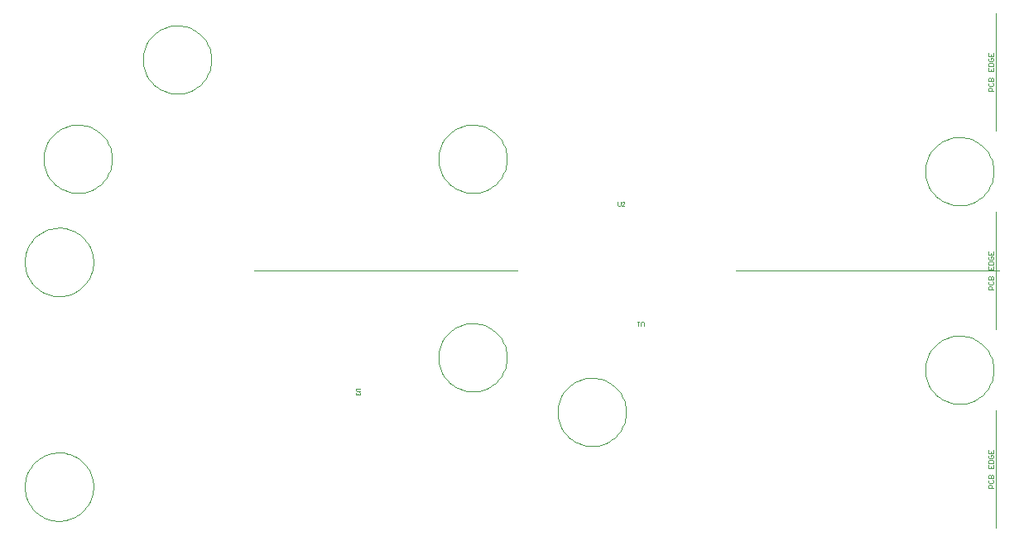
<source format=gm1>
G04*
G04 #@! TF.GenerationSoftware,Altium Limited,Altium Designer,25.8.1 (18)*
G04*
G04 Layer_Color=16711935*
%FSLAX26Y26*%
%MOIN*%
G70*
G04*
G04 #@! TF.SameCoordinates,277DE813-E379-449B-8D7A-86A471DF349A*
G04*
G04*
G04 #@! TF.FilePolarity,Positive*
G04*
G01*
G75*
%ADD16C,0.003937*%
%ADD125C,0.003500*%
%ADD126C,0.003150*%
%ADD127C,0.002362*%
D16*
X-1142204Y380000D02*
X-1142564Y389943D01*
X-1143639Y399834D01*
X-1145426Y409622D01*
X-1147914Y419255D01*
X-1151091Y428684D01*
X-1154940Y437858D01*
X-1159441Y446732D01*
X-1164571Y455257D01*
X-1170302Y463390D01*
X-1176605Y471088D01*
X-1183447Y478311D01*
X-1190793Y485022D01*
X-1198604Y491185D01*
X-1206839Y496769D01*
X-1215455Y501743D01*
X-1224408Y506084D01*
X-1233651Y509766D01*
X-1243136Y512772D01*
X-1252812Y515086D01*
X-1262631Y516696D01*
X-1272540Y517593D01*
X-1282487Y517773D01*
X-1292422Y517234D01*
X-1302293Y515980D01*
X-1312046Y514017D01*
X-1321633Y511355D01*
X-1331003Y508008D01*
X-1340107Y503994D01*
X-1348897Y499334D01*
X-1357329Y494051D01*
X-1365357Y488174D01*
X-1372940Y481733D01*
X-1380039Y474761D01*
X-1386616Y467296D01*
X-1392637Y459375D01*
X-1398071Y451041D01*
X-1402889Y442336D01*
X-1407067Y433306D01*
X-1410582Y423998D01*
X-1413416Y414461D01*
X-1415555Y404744D01*
X-1416987Y394898D01*
X-1417705Y384975D01*
Y375025D01*
X-1416987Y365102D01*
X-1415555Y355256D01*
X-1413416Y345539D01*
X-1410582Y336002D01*
X-1407067Y326694D01*
X-1402889Y317664D01*
X-1398071Y308959D01*
X-1392637Y300625D01*
X-1386616Y292704D01*
X-1380039Y285238D01*
X-1372940Y278267D01*
X-1365357Y271825D01*
X-1357329Y265948D01*
X-1348898Y260666D01*
X-1340107Y256005D01*
X-1331003Y251991D01*
X-1321634Y248645D01*
X-1312047Y245983D01*
X-1302293Y244020D01*
X-1292423Y242766D01*
X-1282488Y242227D01*
X-1272540Y242406D01*
X-1262631Y243303D01*
X-1252812Y244913D01*
X-1243136Y247227D01*
X-1233651Y250233D01*
X-1224409Y253916D01*
X-1215455Y258256D01*
X-1206839Y263231D01*
X-1198604Y268814D01*
X-1190793Y274977D01*
X-1183447Y281688D01*
X-1176605Y288911D01*
X-1170302Y296610D01*
X-1164571Y304742D01*
X-1159441Y313268D01*
X-1154940Y322141D01*
X-1151091Y331316D01*
X-1147914Y340745D01*
X-1145426Y350378D01*
X-1143639Y360166D01*
X-1142564Y370057D01*
X-1142204Y380000D01*
X-3212204Y1400000D02*
X-3212564Y1409943D01*
X-3213639Y1419834D01*
X-3215426Y1429622D01*
X-3217914Y1439255D01*
X-3221091Y1448684D01*
X-3224940Y1457858D01*
X-3229441Y1466732D01*
X-3234570Y1475257D01*
X-3240302Y1483390D01*
X-3246605Y1491088D01*
X-3253447Y1498311D01*
X-3260793Y1505022D01*
X-3268604Y1511185D01*
X-3276839Y1516769D01*
X-3285455Y1521744D01*
X-3294408Y1526083D01*
X-3303651Y1529766D01*
X-3313136Y1532772D01*
X-3322812Y1535086D01*
X-3332631Y1536696D01*
X-3342540Y1537593D01*
X-3352488Y1537773D01*
X-3362422Y1537234D01*
X-3372293Y1535980D01*
X-3382046Y1534017D01*
X-3391633Y1531355D01*
X-3401003Y1528008D01*
X-3410107Y1523994D01*
X-3418897Y1519334D01*
X-3427329Y1514051D01*
X-3435357Y1508174D01*
X-3442940Y1501733D01*
X-3450039Y1494761D01*
X-3456615Y1487296D01*
X-3462637Y1479375D01*
X-3468071Y1471041D01*
X-3472889Y1462336D01*
X-3477067Y1453306D01*
X-3480582Y1443998D01*
X-3483416Y1434461D01*
X-3485555Y1424744D01*
X-3486987Y1414898D01*
X-3487705Y1404975D01*
Y1395025D01*
X-3486987Y1385102D01*
X-3485555Y1375256D01*
X-3483416Y1365539D01*
X-3480582Y1356002D01*
X-3477067Y1346694D01*
X-3472889Y1337664D01*
X-3468071Y1328959D01*
X-3462637Y1320624D01*
X-3456616Y1312704D01*
X-3450039Y1305238D01*
X-3442940Y1298267D01*
X-3435357Y1291825D01*
X-3427329Y1285948D01*
X-3418898Y1280666D01*
X-3410107Y1276005D01*
X-3401003Y1271991D01*
X-3391634Y1268645D01*
X-3382047Y1265983D01*
X-3372293Y1264020D01*
X-3362423Y1262765D01*
X-3352488Y1262227D01*
X-3342540Y1262407D01*
X-3332631Y1263303D01*
X-3322812Y1264913D01*
X-3313136Y1267227D01*
X-3303651Y1270233D01*
X-3294409Y1273916D01*
X-3285455Y1278256D01*
X-3276839Y1283230D01*
X-3268604Y1288814D01*
X-3260793Y1294977D01*
X-3253447Y1301688D01*
X-3246605Y1308911D01*
X-3240302Y1316610D01*
X-3234571Y1324742D01*
X-3229441Y1333268D01*
X-3224940Y1342141D01*
X-3221091Y1351316D01*
X-3217914Y1360745D01*
X-3215426Y1370378D01*
X-3213639Y1380166D01*
X-3212564Y1390057D01*
X-3212204Y1400000D01*
X-2812204Y1800000D02*
X-2812564Y1809943D01*
X-2813639Y1819834D01*
X-2815426Y1829622D01*
X-2817914Y1839255D01*
X-2821091Y1848684D01*
X-2824940Y1857858D01*
X-2829441Y1866732D01*
X-2834570Y1875257D01*
X-2840302Y1883390D01*
X-2846605Y1891088D01*
X-2853447Y1898311D01*
X-2860793Y1905022D01*
X-2868604Y1911185D01*
X-2876839Y1916769D01*
X-2885455Y1921744D01*
X-2894408Y1926083D01*
X-2903651Y1929766D01*
X-2913136Y1932772D01*
X-2922812Y1935086D01*
X-2932631Y1936696D01*
X-2942540Y1937593D01*
X-2952488Y1937773D01*
X-2962422Y1937234D01*
X-2972293Y1935980D01*
X-2982046Y1934017D01*
X-2991633Y1931355D01*
X-3001003Y1928008D01*
X-3010107Y1923994D01*
X-3018897Y1919334D01*
X-3027329Y1914051D01*
X-3035357Y1908174D01*
X-3042940Y1901733D01*
X-3050039Y1894761D01*
X-3056615Y1887296D01*
X-3062637Y1879375D01*
X-3068071Y1871041D01*
X-3072889Y1862336D01*
X-3077067Y1853306D01*
X-3080582Y1843998D01*
X-3083416Y1834461D01*
X-3085555Y1824744D01*
X-3086987Y1814898D01*
X-3087705Y1804975D01*
Y1795025D01*
X-3086987Y1785102D01*
X-3085555Y1775256D01*
X-3083416Y1765539D01*
X-3080582Y1756002D01*
X-3077067Y1746694D01*
X-3072889Y1737664D01*
X-3068071Y1728959D01*
X-3062637Y1720624D01*
X-3056616Y1712704D01*
X-3050039Y1705238D01*
X-3042940Y1698267D01*
X-3035357Y1691825D01*
X-3027329Y1685948D01*
X-3018898Y1680666D01*
X-3010107Y1676005D01*
X-3001003Y1671991D01*
X-2991634Y1668645D01*
X-2982047Y1665983D01*
X-2972293Y1664020D01*
X-2962423Y1662765D01*
X-2952488Y1662227D01*
X-2942540Y1662407D01*
X-2932631Y1663303D01*
X-2922812Y1664913D01*
X-2913136Y1667227D01*
X-2903651Y1670233D01*
X-2894409Y1673916D01*
X-2885455Y1678256D01*
X-2876839Y1683230D01*
X-2868604Y1688814D01*
X-2860793Y1694977D01*
X-2853447Y1701688D01*
X-2846605Y1708911D01*
X-2840302Y1716610D01*
X-2834571Y1724742D01*
X-2829441Y1733268D01*
X-2824940Y1742141D01*
X-2821091Y1751316D01*
X-2817914Y1760745D01*
X-2815426Y1770378D01*
X-2813639Y1780166D01*
X-2812564Y1790057D01*
X-2812204Y1800000D01*
X-1622204Y600000D02*
X-1622564Y609943D01*
X-1623639Y619834D01*
X-1625426Y629622D01*
X-1627914Y639255D01*
X-1631091Y648684D01*
X-1634940Y657858D01*
X-1639441Y666732D01*
X-1644571Y675257D01*
X-1650302Y683390D01*
X-1656605Y691088D01*
X-1663447Y698311D01*
X-1670793Y705022D01*
X-1678604Y711185D01*
X-1686839Y716769D01*
X-1695455Y721744D01*
X-1704408Y726083D01*
X-1713651Y729766D01*
X-1723136Y732772D01*
X-1732812Y735086D01*
X-1742631Y736696D01*
X-1752540Y737593D01*
X-1762487Y737773D01*
X-1772422Y737234D01*
X-1782293Y735980D01*
X-1792046Y734017D01*
X-1801633Y731355D01*
X-1811003Y728008D01*
X-1820107Y723994D01*
X-1828897Y719334D01*
X-1837329Y714051D01*
X-1845357Y708174D01*
X-1852940Y701733D01*
X-1860039Y694761D01*
X-1866616Y687296D01*
X-1872637Y679375D01*
X-1878071Y671041D01*
X-1882889Y662336D01*
X-1887067Y653306D01*
X-1890582Y643998D01*
X-1893416Y634461D01*
X-1895555Y624744D01*
X-1896987Y614898D01*
X-1897705Y604975D01*
Y595025D01*
X-1896987Y585102D01*
X-1895555Y575256D01*
X-1893416Y565539D01*
X-1890582Y556002D01*
X-1887067Y546694D01*
X-1882889Y537664D01*
X-1878071Y528959D01*
X-1872637Y520625D01*
X-1866616Y512704D01*
X-1860039Y505238D01*
X-1852940Y498267D01*
X-1845357Y491825D01*
X-1837329Y485948D01*
X-1828898Y480666D01*
X-1820107Y476005D01*
X-1811003Y471991D01*
X-1801634Y468645D01*
X-1792047Y465983D01*
X-1782293Y464020D01*
X-1772423Y462765D01*
X-1762488Y462227D01*
X-1752540Y462406D01*
X-1742631Y463303D01*
X-1732812Y464913D01*
X-1723136Y467227D01*
X-1713651Y470233D01*
X-1704409Y473916D01*
X-1695455Y478256D01*
X-1686839Y483231D01*
X-1678604Y488814D01*
X-1670793Y494977D01*
X-1663447Y501688D01*
X-1656605Y508911D01*
X-1650302Y516610D01*
X-1644571Y524742D01*
X-1639441Y533268D01*
X-1634940Y542141D01*
X-1631091Y551316D01*
X-1627914Y560745D01*
X-1625426Y570378D01*
X-1623639Y580166D01*
X-1622564Y590057D01*
X-1622204Y600000D01*
Y1400000D02*
X-1622564Y1409943D01*
X-1623639Y1419834D01*
X-1625426Y1429622D01*
X-1627914Y1439255D01*
X-1631091Y1448684D01*
X-1634940Y1457858D01*
X-1639441Y1466732D01*
X-1644571Y1475257D01*
X-1650302Y1483390D01*
X-1656605Y1491088D01*
X-1663447Y1498311D01*
X-1670793Y1505022D01*
X-1678604Y1511185D01*
X-1686839Y1516769D01*
X-1695455Y1521744D01*
X-1704408Y1526083D01*
X-1713651Y1529766D01*
X-1723136Y1532772D01*
X-1732812Y1535086D01*
X-1742631Y1536696D01*
X-1752540Y1537593D01*
X-1762487Y1537773D01*
X-1772422Y1537234D01*
X-1782293Y1535980D01*
X-1792046Y1534017D01*
X-1801633Y1531355D01*
X-1811003Y1528008D01*
X-1820107Y1523994D01*
X-1828897Y1519334D01*
X-1837329Y1514051D01*
X-1845357Y1508174D01*
X-1852940Y1501733D01*
X-1860039Y1494761D01*
X-1866616Y1487296D01*
X-1872637Y1479375D01*
X-1878071Y1471041D01*
X-1882889Y1462336D01*
X-1887067Y1453306D01*
X-1890582Y1443998D01*
X-1893416Y1434461D01*
X-1895555Y1424744D01*
X-1896987Y1414898D01*
X-1897705Y1404975D01*
Y1395025D01*
X-1896987Y1385102D01*
X-1895555Y1375256D01*
X-1893416Y1365539D01*
X-1890582Y1356002D01*
X-1887067Y1346694D01*
X-1882889Y1337664D01*
X-1878071Y1328959D01*
X-1872637Y1320624D01*
X-1866616Y1312704D01*
X-1860039Y1305238D01*
X-1852940Y1298267D01*
X-1845357Y1291825D01*
X-1837329Y1285948D01*
X-1828898Y1280666D01*
X-1820107Y1276005D01*
X-1811003Y1271991D01*
X-1801634Y1268645D01*
X-1792047Y1265983D01*
X-1782293Y1264020D01*
X-1772423Y1262765D01*
X-1762488Y1262227D01*
X-1752540Y1262407D01*
X-1742631Y1263303D01*
X-1732812Y1264913D01*
X-1723136Y1267227D01*
X-1713651Y1270233D01*
X-1704409Y1273916D01*
X-1695455Y1278256D01*
X-1686839Y1283230D01*
X-1678604Y1288814D01*
X-1670793Y1294977D01*
X-1663447Y1301688D01*
X-1656605Y1308911D01*
X-1650302Y1316610D01*
X-1644571Y1324742D01*
X-1639441Y1333268D01*
X-1634940Y1342141D01*
X-1631091Y1351316D01*
X-1627914Y1360745D01*
X-1625426Y1370378D01*
X-1623639Y1380166D01*
X-1622564Y1390057D01*
X-1622204Y1400000D01*
X-3287401Y78740D02*
X-3287760Y88683D01*
X-3288836Y98574D01*
X-3290623Y108362D01*
X-3293111Y117995D01*
X-3296288Y127424D01*
X-3300137Y136599D01*
X-3304638Y145472D01*
X-3309767Y153997D01*
X-3315499Y162130D01*
X-3321802Y169828D01*
X-3328644Y177052D01*
X-3335990Y183762D01*
X-3343800Y189925D01*
X-3352036Y195509D01*
X-3360652Y200484D01*
X-3369605Y204824D01*
X-3378848Y208506D01*
X-3388332Y211513D01*
X-3398009Y213827D01*
X-3407828Y215436D01*
X-3417736Y216333D01*
X-3427684Y216513D01*
X-3437619Y215974D01*
X-3447489Y214720D01*
X-3457243Y212757D01*
X-3466830Y210095D01*
X-3476200Y206749D01*
X-3485304Y202734D01*
X-3494094Y198074D01*
X-3502526Y192792D01*
X-3510554Y186914D01*
X-3518137Y180473D01*
X-3525235Y173502D01*
X-3531812Y166036D01*
X-3537834Y158115D01*
X-3543267Y149781D01*
X-3548086Y141076D01*
X-3552264Y132046D01*
X-3555779Y122738D01*
X-3558613Y113201D01*
X-3560752Y103484D01*
X-3562184Y93638D01*
X-3562902Y83715D01*
Y73765D01*
X-3562184Y63842D01*
X-3560752Y53996D01*
X-3558613Y44279D01*
X-3555779Y34742D01*
X-3552264Y25434D01*
X-3548086Y16404D01*
X-3543268Y7699D01*
X-3537834Y-635D01*
X-3531813Y-8556D01*
X-3525236Y-16022D01*
X-3518137Y-22993D01*
X-3510554Y-29434D01*
X-3502526Y-35312D01*
X-3494095Y-40594D01*
X-3485304Y-45255D01*
X-3476200Y-49269D01*
X-3466831Y-52615D01*
X-3457244Y-55277D01*
X-3447490Y-57240D01*
X-3437620Y-58494D01*
X-3427685Y-59033D01*
X-3417737Y-58853D01*
X-3407828Y-57956D01*
X-3398009Y-56347D01*
X-3388333Y-54033D01*
X-3378848Y-51027D01*
X-3369605Y-47344D01*
X-3360652Y-43004D01*
X-3352036Y-38029D01*
X-3343801Y-32446D01*
X-3335990Y-26283D01*
X-3328644Y-19572D01*
X-3321802Y-12348D01*
X-3315499Y-4650D01*
X-3309767Y3483D01*
X-3304638Y12008D01*
X-3300137Y20881D01*
X-3296288Y30056D01*
X-3293111Y39485D01*
X-3290623Y49118D01*
X-3288836Y58906D01*
X-3287760Y68797D01*
X-3287401Y78740D01*
Y984252D02*
X-3287760Y994195D01*
X-3288836Y1004086D01*
X-3290623Y1013874D01*
X-3293111Y1023507D01*
X-3296288Y1032936D01*
X-3300137Y1042110D01*
X-3304638Y1050984D01*
X-3309767Y1059509D01*
X-3315499Y1067642D01*
X-3321802Y1075340D01*
X-3328644Y1082563D01*
X-3335990Y1089274D01*
X-3343800Y1095437D01*
X-3352036Y1101021D01*
X-3360652Y1105995D01*
X-3369605Y1110335D01*
X-3378848Y1114018D01*
X-3388332Y1117024D01*
X-3398009Y1119338D01*
X-3407828Y1120948D01*
X-3417736Y1121845D01*
X-3427684Y1122024D01*
X-3437619Y1121486D01*
X-3447489Y1120232D01*
X-3457243Y1118269D01*
X-3466830Y1115607D01*
X-3476200Y1112260D01*
X-3485304Y1108246D01*
X-3494094Y1103586D01*
X-3502526Y1098303D01*
X-3510554Y1092426D01*
X-3518137Y1085985D01*
X-3525235Y1079013D01*
X-3531812Y1071548D01*
X-3537834Y1063627D01*
X-3543267Y1055293D01*
X-3548086Y1046588D01*
X-3552264Y1037558D01*
X-3555779Y1028250D01*
X-3558613Y1018713D01*
X-3560752Y1008996D01*
X-3562184Y999150D01*
X-3562902Y989227D01*
Y979277D01*
X-3562184Y969354D01*
X-3560752Y959508D01*
X-3558613Y949791D01*
X-3555779Y940254D01*
X-3552264Y930946D01*
X-3548086Y921916D01*
X-3543268Y913211D01*
X-3537834Y904876D01*
X-3531813Y896956D01*
X-3525236Y889490D01*
X-3518137Y882519D01*
X-3510554Y876077D01*
X-3502526Y870200D01*
X-3494095Y864918D01*
X-3485304Y860257D01*
X-3476200Y856243D01*
X-3466831Y852897D01*
X-3457244Y850235D01*
X-3447490Y848272D01*
X-3437620Y847018D01*
X-3427685Y846479D01*
X-3417737Y846659D01*
X-3407828Y847555D01*
X-3398009Y849165D01*
X-3388333Y851479D01*
X-3378848Y854485D01*
X-3369605Y858168D01*
X-3360652Y862508D01*
X-3352036Y867482D01*
X-3343801Y873066D01*
X-3335990Y879229D01*
X-3328644Y885940D01*
X-3321802Y893163D01*
X-3315499Y900861D01*
X-3309767Y908994D01*
X-3304638Y917520D01*
X-3300137Y926393D01*
X-3296288Y935568D01*
X-3293111Y944996D01*
X-3290623Y954630D01*
X-3288836Y964418D01*
X-3287760Y974309D01*
X-3287401Y984252D01*
X337796Y1350000D02*
X337436Y1359943D01*
X336361Y1369834D01*
X334574Y1379622D01*
X332086Y1389255D01*
X328909Y1398684D01*
X325060Y1407858D01*
X320559Y1416732D01*
X315430Y1425257D01*
X309698Y1433390D01*
X303395Y1441088D01*
X296553Y1448311D01*
X289207Y1455022D01*
X281396Y1461185D01*
X273161Y1466769D01*
X264545Y1471744D01*
X255592Y1476083D01*
X246349Y1479766D01*
X236864Y1482772D01*
X227188Y1485086D01*
X217369Y1486696D01*
X207460Y1487593D01*
X197512Y1487773D01*
X187578Y1487234D01*
X177708Y1485980D01*
X167954Y1484017D01*
X158367Y1481355D01*
X148997Y1478008D01*
X139893Y1473994D01*
X131103Y1469334D01*
X122671Y1464051D01*
X114643Y1458174D01*
X107060Y1451733D01*
X99962Y1444761D01*
X93385Y1437296D01*
X87363Y1429375D01*
X81929Y1421041D01*
X77111Y1412336D01*
X72933Y1403306D01*
X69418Y1393998D01*
X66584Y1384461D01*
X64445Y1374744D01*
X63013Y1364898D01*
X62295Y1354975D01*
Y1345025D01*
X63013Y1335102D01*
X64445Y1325256D01*
X66584Y1315539D01*
X69418Y1306002D01*
X72933Y1296694D01*
X77111Y1287664D01*
X81929Y1278959D01*
X87363Y1270624D01*
X93384Y1262704D01*
X99961Y1255238D01*
X107060Y1248267D01*
X114643Y1241825D01*
X122671Y1235948D01*
X131102Y1230666D01*
X139893Y1226005D01*
X148997Y1221991D01*
X158366Y1218645D01*
X167953Y1215983D01*
X177707Y1214020D01*
X187577Y1212765D01*
X197512Y1212227D01*
X207460Y1212407D01*
X217369Y1213303D01*
X227188Y1214913D01*
X236864Y1217227D01*
X246349Y1220233D01*
X255591Y1223916D01*
X264545Y1228256D01*
X273161Y1233230D01*
X281396Y1238814D01*
X289207Y1244977D01*
X296553Y1251688D01*
X303395Y1258911D01*
X309698Y1266610D01*
X315429Y1274742D01*
X320559Y1283268D01*
X325060Y1292141D01*
X328909Y1301316D01*
X332086Y1310745D01*
X334574Y1320378D01*
X336361Y1330166D01*
X337436Y1340057D01*
X337796Y1350000D01*
Y550000D02*
X337436Y559943D01*
X336361Y569834D01*
X334574Y579622D01*
X332086Y589255D01*
X328909Y598684D01*
X325060Y607858D01*
X320559Y616732D01*
X315430Y625257D01*
X309698Y633390D01*
X303395Y641088D01*
X296553Y648311D01*
X289207Y655022D01*
X281396Y661185D01*
X273161Y666769D01*
X264545Y671744D01*
X255592Y676083D01*
X246349Y679766D01*
X236864Y682772D01*
X227188Y685086D01*
X217369Y686696D01*
X207460Y687593D01*
X197512Y687773D01*
X187578Y687234D01*
X177708Y685980D01*
X167954Y684017D01*
X158367Y681355D01*
X148997Y678008D01*
X139893Y673994D01*
X131103Y669334D01*
X122671Y664051D01*
X114643Y658174D01*
X107060Y651733D01*
X99962Y644761D01*
X93385Y637296D01*
X87363Y629375D01*
X81929Y621041D01*
X77111Y612336D01*
X72933Y603306D01*
X69418Y593998D01*
X66584Y584461D01*
X64445Y574744D01*
X63013Y564898D01*
X62295Y554975D01*
Y545025D01*
X63013Y535102D01*
X64445Y525256D01*
X66584Y515539D01*
X69418Y506002D01*
X72933Y496694D01*
X77111Y487664D01*
X81929Y478959D01*
X87363Y470625D01*
X93384Y462704D01*
X99961Y455238D01*
X107060Y448267D01*
X114643Y441825D01*
X122671Y435948D01*
X131102Y430666D01*
X139893Y426005D01*
X148997Y421991D01*
X158366Y418645D01*
X167953Y415983D01*
X177707Y414020D01*
X187577Y412765D01*
X197512Y412227D01*
X207460Y412406D01*
X217369Y413303D01*
X227188Y414913D01*
X236864Y417227D01*
X246349Y420233D01*
X255591Y423916D01*
X264545Y428256D01*
X273161Y433231D01*
X281396Y438814D01*
X289207Y444977D01*
X296553Y451688D01*
X303395Y458911D01*
X309698Y466610D01*
X315429Y474742D01*
X320559Y483268D01*
X325060Y492141D01*
X328909Y501316D01*
X332086Y510745D01*
X334574Y520378D01*
X336361Y530166D01*
X337436Y540057D01*
X337796Y550000D01*
X337005Y74565D02*
X317326D01*
Y84405D01*
X320606Y87684D01*
X327165D01*
X330445Y84405D01*
Y74565D01*
X320606Y107363D02*
X317326Y104083D01*
Y97524D01*
X320606Y94244D01*
X333725D01*
X337005Y97524D01*
Y104083D01*
X333725Y107363D01*
X317326Y113923D02*
X337005D01*
Y123762D01*
X333725Y127042D01*
X330445D01*
X327165Y123762D01*
Y113923D01*
Y123762D01*
X323886Y127042D01*
X320606D01*
X317326Y123762D01*
Y113923D01*
Y166399D02*
Y153280D01*
X337005D01*
Y166399D01*
X327165Y153280D02*
Y159839D01*
X317326Y172958D02*
X337005D01*
Y182798D01*
X333725Y186077D01*
X320606D01*
X317326Y182798D01*
Y172958D01*
X320606Y205756D02*
X317326Y202476D01*
Y195917D01*
X320606Y192637D01*
X333725D01*
X337005Y195917D01*
Y202476D01*
X333725Y205756D01*
X327165D01*
Y199196D01*
X317326Y225435D02*
Y212316D01*
X337005D01*
Y225435D01*
X327165Y212316D02*
Y218875D01*
X337005Y874565D02*
X317326D01*
Y884405D01*
X320606Y887684D01*
X327165D01*
X330445Y884405D01*
Y874565D01*
X320606Y907363D02*
X317326Y904083D01*
Y897524D01*
X320606Y894244D01*
X333725D01*
X337005Y897524D01*
Y904083D01*
X333725Y907363D01*
X317326Y913923D02*
X337005D01*
Y923762D01*
X333725Y927042D01*
X330445D01*
X327165Y923762D01*
Y913923D01*
Y923762D01*
X323886Y927042D01*
X320606D01*
X317326Y923762D01*
Y913923D01*
Y966399D02*
Y953280D01*
X337005D01*
Y966399D01*
X327165Y953280D02*
Y959839D01*
X317326Y972958D02*
X337005D01*
Y982798D01*
X333725Y986077D01*
X320606D01*
X317326Y982798D01*
Y972958D01*
X320606Y1005756D02*
X317326Y1002476D01*
Y995917D01*
X320606Y992637D01*
X333725D01*
X337005Y995917D01*
Y1002476D01*
X333725Y1005756D01*
X327165D01*
Y999197D01*
X317326Y1025435D02*
Y1012316D01*
X337005D01*
Y1025435D01*
X327165Y1012316D02*
Y1018875D01*
X337005Y1674565D02*
X317326D01*
Y1684405D01*
X320606Y1687685D01*
X327165D01*
X330445Y1684405D01*
Y1674565D01*
X320606Y1707363D02*
X317326Y1704083D01*
Y1697524D01*
X320606Y1694244D01*
X333725D01*
X337005Y1697524D01*
Y1704083D01*
X333725Y1707363D01*
X317326Y1713923D02*
X337005D01*
Y1723762D01*
X333725Y1727042D01*
X330445D01*
X327165Y1723762D01*
Y1713923D01*
Y1723762D01*
X323886Y1727042D01*
X320606D01*
X317326Y1723762D01*
Y1713923D01*
Y1766399D02*
Y1753280D01*
X337005D01*
Y1766399D01*
X327165Y1753280D02*
Y1759839D01*
X317326Y1772958D02*
X337005D01*
Y1782798D01*
X333725Y1786078D01*
X320606D01*
X317326Y1782798D01*
Y1772958D01*
X320606Y1805756D02*
X317326Y1802476D01*
Y1795917D01*
X320606Y1792637D01*
X333725D01*
X337005Y1795917D01*
Y1802476D01*
X333725Y1805756D01*
X327165D01*
Y1799197D01*
X317326Y1825435D02*
Y1812316D01*
X337005D01*
Y1825435D01*
X327165Y1812316D02*
Y1818875D01*
D125*
X346850Y-86221D02*
Y386221D01*
Y713779D02*
Y1186220D01*
Y1513780D02*
Y1986220D01*
X-700000Y950000D02*
X360000Y950000D01*
X-2640000Y950000D02*
X-1580000Y950000D01*
D126*
X-1070000Y725321D02*
Y741720D01*
X-1073280Y745000D01*
X-1079839D01*
X-1083119Y741720D01*
Y725321D01*
X-1089679Y745000D02*
X-1096238D01*
X-1092958D01*
Y725321D01*
X-1089679Y728601D01*
D127*
X-1175000Y1225743D02*
Y1212624D01*
X-1172376Y1210000D01*
X-1167129D01*
X-1164505Y1212624D01*
Y1225743D01*
X-1148762Y1210000D02*
X-1159257D01*
X-1148762Y1220495D01*
Y1223119D01*
X-1151386Y1225743D01*
X-1156633D01*
X-1159257Y1223119D01*
X-2214257Y475000D02*
X-2227376D01*
X-2230000Y472376D01*
Y467128D01*
X-2227376Y464505D01*
X-2214257D01*
X-2216881Y459257D02*
X-2214257Y456633D01*
Y451386D01*
X-2216881Y448762D01*
X-2219505D01*
X-2222128Y451386D01*
Y454010D01*
Y451386D01*
X-2224752Y448762D01*
X-2227376D01*
X-2230000Y451386D01*
Y456633D01*
X-2227376Y459257D01*
M02*

</source>
